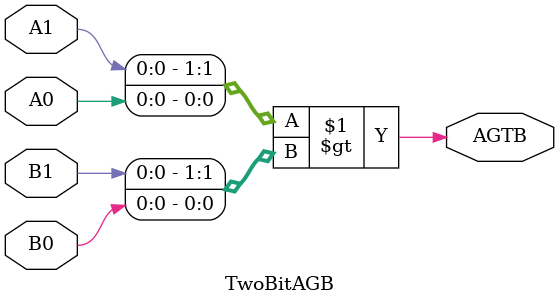
<source format=v>


// two-bit comparison done two ways

module TwoBitAGB(
  input  A0,        // LSB of addend A
  input  A1,        // MSB of addend A  
  input  B0,
  input  B1,  
  output AGTB       // LED 8
);

   // not much to structural version
  assign AGTB = {A1, A0} >  {B1, B0};

endmodule
</source>
